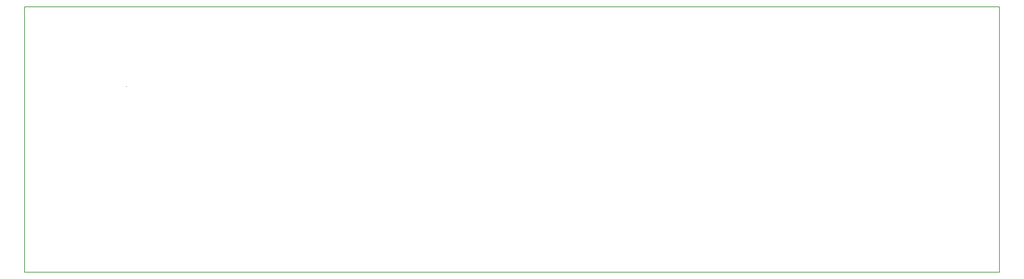
<source format=gbr>
G04 #@! TF.FileFunction,Profile,NP*
%FSLAX46Y46*%
G04 Gerber Fmt 4.6, Leading zero omitted, Abs format (unit mm)*
G04 Created by KiCad (PCBNEW 4.0.7+dfsg1-1ubuntu2) date Sat Apr 28 09:11:57 2018*
%MOMM*%
%LPD*%
G01*
G04 APERTURE LIST*
%ADD10C,0.100000*%
%ADD11C,0.150000*%
G04 APERTURE END LIST*
D10*
D11*
X47300000Y-110800000D02*
X47400000Y-110800000D01*
X264000000Y-157000000D02*
X22000000Y-157000000D01*
X264000000Y-91000000D02*
X264000000Y-157000000D01*
X22000000Y-91000000D02*
X264000000Y-91000000D01*
X22000000Y-157000000D02*
X22000000Y-91000000D01*
M02*

</source>
